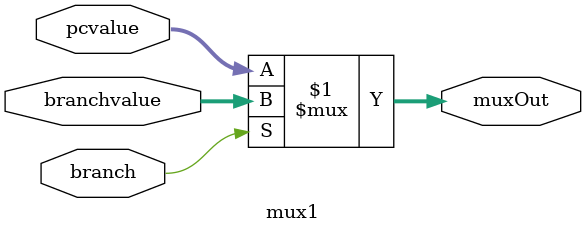
<source format=v>
module mux1(
    input wire branch,
    input wire [31:0] pcvalue,
    input wire [31:0] branchvalue,
    output wire [31:0] muxOut
);
    assign muxOut = branch ? branchvalue : pcvalue;
endmodule

</source>
